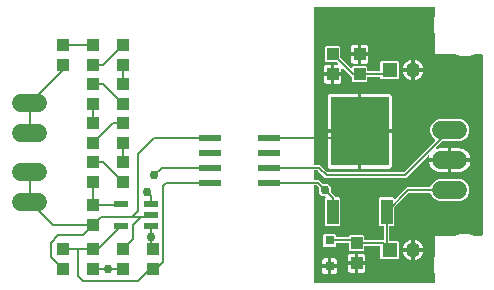
<source format=gbr>
G04 EAGLE Gerber RS-274X export*
G75*
%MOMM*%
%FSLAX34Y34*%
%LPD*%
%INTop Copper*%
%IPPOS*%
%AMOC8*
5,1,8,0,0,1.08239X$1,22.5*%
G01*
%ADD10R,1.258000X1.258000*%
%ADD11C,1.258000*%
%ADD12R,1.000000X1.100000*%
%ADD13R,0.800000X0.800000*%
%ADD14R,1.000000X2.100000*%
%ADD15R,4.900000X5.850000*%
%ADD16R,1.150000X0.600000*%
%ADD17R,1.981200X0.558800*%
%ADD18R,1.100000X1.000000*%
%ADD19C,1.508000*%
%ADD20C,0.152400*%
%ADD21C,0.756400*%

G36*
X393720Y48302D02*
X393720Y48302D01*
X393739Y48300D01*
X393841Y48322D01*
X393943Y48339D01*
X393960Y48348D01*
X393980Y48352D01*
X394069Y48405D01*
X394160Y48454D01*
X394174Y48468D01*
X394191Y48478D01*
X394258Y48557D01*
X394330Y48632D01*
X394338Y48650D01*
X394351Y48665D01*
X394390Y48761D01*
X394433Y48855D01*
X394435Y48875D01*
X394443Y48893D01*
X394461Y49060D01*
X394461Y54276D01*
X394459Y54291D01*
X394461Y54307D01*
X394435Y54473D01*
X392939Y60056D01*
X392939Y66944D01*
X394435Y72527D01*
X394437Y72543D01*
X394443Y72558D01*
X394461Y72724D01*
X394461Y88139D01*
X409876Y88139D01*
X409891Y88141D01*
X409907Y88139D01*
X410073Y88165D01*
X415656Y89661D01*
X422544Y89661D01*
X428127Y88165D01*
X428143Y88163D01*
X428158Y88157D01*
X428324Y88139D01*
X433540Y88139D01*
X433560Y88142D01*
X433579Y88140D01*
X433681Y88162D01*
X433783Y88179D01*
X433800Y88188D01*
X433820Y88192D01*
X433909Y88245D01*
X434000Y88294D01*
X434014Y88308D01*
X434031Y88318D01*
X434098Y88397D01*
X434169Y88472D01*
X434178Y88490D01*
X434191Y88505D01*
X434230Y88601D01*
X434273Y88695D01*
X434275Y88715D01*
X434283Y88733D01*
X434301Y88900D01*
X434301Y241300D01*
X434298Y241320D01*
X434300Y241339D01*
X434278Y241441D01*
X434261Y241543D01*
X434252Y241560D01*
X434248Y241580D01*
X434195Y241669D01*
X434146Y241760D01*
X434132Y241774D01*
X434122Y241791D01*
X434043Y241858D01*
X433968Y241930D01*
X433950Y241938D01*
X433935Y241951D01*
X433839Y241990D01*
X433745Y242033D01*
X433725Y242035D01*
X433707Y242043D01*
X433540Y242061D01*
X428324Y242061D01*
X428309Y242059D01*
X428293Y242061D01*
X428127Y242035D01*
X422544Y240539D01*
X415656Y240539D01*
X410073Y242035D01*
X410057Y242037D01*
X410042Y242043D01*
X409876Y242061D01*
X394461Y242061D01*
X394461Y257476D01*
X394459Y257491D01*
X394461Y257507D01*
X394435Y257673D01*
X392939Y263256D01*
X392939Y270144D01*
X394435Y275727D01*
X394437Y275743D01*
X394443Y275758D01*
X394461Y275924D01*
X394461Y281140D01*
X394458Y281160D01*
X394460Y281179D01*
X394438Y281281D01*
X394421Y281383D01*
X394412Y281400D01*
X394408Y281420D01*
X394355Y281509D01*
X394306Y281600D01*
X394292Y281614D01*
X394282Y281631D01*
X394203Y281698D01*
X394128Y281769D01*
X394110Y281778D01*
X394095Y281791D01*
X393999Y281830D01*
X393905Y281873D01*
X393885Y281875D01*
X393867Y281883D01*
X393700Y281901D01*
X292100Y281901D01*
X292080Y281898D01*
X292061Y281900D01*
X291959Y281878D01*
X291857Y281861D01*
X291840Y281852D01*
X291820Y281848D01*
X291731Y281795D01*
X291640Y281746D01*
X291626Y281732D01*
X291609Y281722D01*
X291542Y281643D01*
X291471Y281568D01*
X291462Y281550D01*
X291449Y281535D01*
X291410Y281439D01*
X291367Y281345D01*
X291365Y281325D01*
X291357Y281307D01*
X291339Y281140D01*
X291339Y149098D01*
X291342Y149078D01*
X291340Y149059D01*
X291362Y148957D01*
X291379Y148855D01*
X291388Y148838D01*
X291392Y148818D01*
X291445Y148729D01*
X291494Y148638D01*
X291508Y148624D01*
X291518Y148607D01*
X291597Y148540D01*
X291672Y148468D01*
X291690Y148460D01*
X291705Y148447D01*
X291801Y148408D01*
X291895Y148365D01*
X291915Y148363D01*
X291933Y148355D01*
X292100Y148337D01*
X296857Y148337D01*
X302984Y142210D01*
X303058Y142157D01*
X303128Y142097D01*
X303158Y142085D01*
X303184Y142066D01*
X303271Y142039D01*
X303356Y142005D01*
X303397Y142001D01*
X303419Y141994D01*
X303451Y141995D01*
X303523Y141987D01*
X367037Y141987D01*
X367128Y142001D01*
X367218Y142009D01*
X367248Y142021D01*
X367280Y142026D01*
X367361Y142069D01*
X367445Y142105D01*
X367477Y142131D01*
X367498Y142142D01*
X367520Y142165D01*
X367576Y142210D01*
X394161Y168795D01*
X394188Y168833D01*
X394222Y168864D01*
X394260Y168932D01*
X394305Y168995D01*
X394318Y169039D01*
X394341Y169079D01*
X394354Y169156D01*
X394377Y169230D01*
X394376Y169276D01*
X394384Y169321D01*
X394373Y169398D01*
X394371Y169476D01*
X394355Y169519D01*
X394349Y169565D01*
X394313Y169634D01*
X394287Y169707D01*
X394258Y169743D01*
X394237Y169784D01*
X394201Y169819D01*
X394195Y169828D01*
X394176Y169845D01*
X394133Y169899D01*
X394094Y169924D01*
X394061Y169956D01*
X394019Y169979D01*
X394008Y169988D01*
X393987Y169997D01*
X393942Y170022D01*
X393926Y170032D01*
X393921Y170033D01*
X393914Y170037D01*
X393725Y170115D01*
X391175Y172665D01*
X389795Y175997D01*
X389795Y179603D01*
X391175Y182935D01*
X393725Y185485D01*
X397057Y186865D01*
X415743Y186865D01*
X419075Y185485D01*
X421625Y182935D01*
X423005Y179603D01*
X423005Y175997D01*
X421625Y172665D01*
X419075Y170115D01*
X415743Y168735D01*
X400885Y168735D01*
X400794Y168721D01*
X400704Y168713D01*
X400674Y168701D01*
X400642Y168696D01*
X400561Y168653D01*
X400477Y168617D01*
X400445Y168591D01*
X400424Y168580D01*
X400402Y168557D01*
X400346Y168512D01*
X395138Y163304D01*
X395098Y163249D01*
X395051Y163200D01*
X395027Y163149D01*
X394994Y163104D01*
X394974Y163039D01*
X394945Y162978D01*
X394938Y162922D01*
X394922Y162869D01*
X394923Y162801D01*
X394915Y162734D01*
X394927Y162679D01*
X394928Y162623D01*
X394951Y162559D01*
X394965Y162493D01*
X394993Y162445D01*
X395012Y162392D01*
X395055Y162339D01*
X395089Y162280D01*
X395131Y162244D01*
X395166Y162200D01*
X395223Y162163D01*
X395274Y162119D01*
X395326Y162097D01*
X395373Y162067D01*
X395439Y162050D01*
X395501Y162024D01*
X395557Y162020D01*
X395612Y162007D01*
X395679Y162012D01*
X395747Y162007D01*
X395824Y162023D01*
X395857Y162026D01*
X395876Y162034D01*
X395911Y162041D01*
X396499Y162233D01*
X398067Y162481D01*
X404877Y162481D01*
X404877Y153923D01*
X388895Y153923D01*
X389027Y154761D01*
X389219Y155349D01*
X389229Y155416D01*
X389249Y155481D01*
X389247Y155537D01*
X389256Y155592D01*
X389244Y155659D01*
X389242Y155727D01*
X389223Y155779D01*
X389214Y155834D01*
X389181Y155894D01*
X389158Y155958D01*
X389123Y156001D01*
X389096Y156051D01*
X389047Y156097D01*
X389004Y156150D01*
X388957Y156180D01*
X388916Y156218D01*
X388854Y156246D01*
X388797Y156283D01*
X388743Y156296D01*
X388692Y156319D01*
X388625Y156326D01*
X388559Y156343D01*
X388503Y156338D01*
X388447Y156344D01*
X388381Y156329D01*
X388314Y156324D01*
X388262Y156302D01*
X388208Y156289D01*
X388150Y156254D01*
X388087Y156227D01*
X388026Y156178D01*
X387998Y156161D01*
X387984Y156145D01*
X387956Y156122D01*
X369247Y137413D01*
X301313Y137413D01*
X295186Y143540D01*
X295112Y143593D01*
X295042Y143653D01*
X295012Y143665D01*
X294986Y143684D01*
X294899Y143711D01*
X294814Y143745D01*
X294773Y143749D01*
X294751Y143756D01*
X294719Y143755D01*
X294647Y143763D01*
X292100Y143763D01*
X292080Y143760D01*
X292061Y143762D01*
X291959Y143740D01*
X291857Y143724D01*
X291840Y143714D01*
X291820Y143710D01*
X291731Y143657D01*
X291640Y143608D01*
X291626Y143594D01*
X291609Y143584D01*
X291542Y143505D01*
X291471Y143430D01*
X291462Y143412D01*
X291449Y143397D01*
X291410Y143301D01*
X291367Y143207D01*
X291365Y143187D01*
X291357Y143169D01*
X291339Y143002D01*
X291339Y136398D01*
X291342Y136378D01*
X291340Y136359D01*
X291362Y136257D01*
X291379Y136155D01*
X291388Y136138D01*
X291392Y136118D01*
X291445Y136029D01*
X291494Y135938D01*
X291508Y135924D01*
X291518Y135907D01*
X291597Y135840D01*
X291672Y135768D01*
X291690Y135760D01*
X291705Y135747D01*
X291801Y135708D01*
X291895Y135665D01*
X291915Y135663D01*
X291933Y135655D01*
X292100Y135637D01*
X295587Y135637D01*
X298694Y132530D01*
X298768Y132477D01*
X298838Y132417D01*
X298868Y132405D01*
X298894Y132386D01*
X298981Y132359D01*
X299066Y132325D01*
X299107Y132321D01*
X299129Y132314D01*
X299161Y132315D01*
X299233Y132307D01*
X303188Y132307D01*
X306297Y129198D01*
X306297Y125243D01*
X306311Y125152D01*
X306319Y125062D01*
X306331Y125032D01*
X306336Y125000D01*
X306379Y124919D01*
X306415Y124835D01*
X306441Y124803D01*
X306452Y124782D01*
X306475Y124760D01*
X306520Y124704D01*
X309716Y121508D01*
X309726Y121443D01*
X309736Y121426D01*
X309740Y121406D01*
X309793Y121317D01*
X309842Y121226D01*
X309856Y121212D01*
X309866Y121195D01*
X309945Y121128D01*
X310020Y121056D01*
X310038Y121048D01*
X310053Y121035D01*
X310149Y120996D01*
X310243Y120953D01*
X310263Y120951D01*
X310281Y120943D01*
X310448Y120925D01*
X313032Y120925D01*
X313925Y120032D01*
X313925Y97768D01*
X313032Y96875D01*
X301768Y96875D01*
X300875Y97768D01*
X300875Y120032D01*
X301237Y120394D01*
X301279Y120452D01*
X301329Y120504D01*
X301351Y120551D01*
X301381Y120593D01*
X301402Y120662D01*
X301432Y120727D01*
X301438Y120779D01*
X301453Y120829D01*
X301451Y120900D01*
X301459Y120971D01*
X301448Y121022D01*
X301447Y121074D01*
X301422Y121142D01*
X301407Y121212D01*
X301380Y121257D01*
X301363Y121305D01*
X301318Y121361D01*
X301281Y121423D01*
X301241Y121457D01*
X301209Y121497D01*
X301149Y121536D01*
X301094Y121583D01*
X301046Y121602D01*
X301002Y121630D01*
X300933Y121648D01*
X300866Y121675D01*
X300795Y121683D01*
X300763Y121691D01*
X300740Y121689D01*
X300699Y121693D01*
X298792Y121693D01*
X295683Y124802D01*
X295683Y128757D01*
X295669Y128848D01*
X295661Y128938D01*
X295649Y128968D01*
X295644Y129000D01*
X295601Y129081D01*
X295565Y129165D01*
X295539Y129197D01*
X295528Y129218D01*
X295505Y129240D01*
X295460Y129296D01*
X293916Y130840D01*
X293842Y130893D01*
X293772Y130953D01*
X293742Y130965D01*
X293716Y130984D01*
X293629Y131011D01*
X293544Y131045D01*
X293503Y131049D01*
X293481Y131056D01*
X293449Y131055D01*
X293377Y131063D01*
X292100Y131063D01*
X292080Y131060D01*
X292061Y131062D01*
X291959Y131040D01*
X291857Y131024D01*
X291840Y131014D01*
X291820Y131010D01*
X291731Y130957D01*
X291640Y130908D01*
X291626Y130894D01*
X291609Y130884D01*
X291542Y130805D01*
X291471Y130730D01*
X291462Y130712D01*
X291449Y130697D01*
X291410Y130601D01*
X291367Y130507D01*
X291365Y130487D01*
X291357Y130469D01*
X291339Y130302D01*
X291339Y49060D01*
X291342Y49040D01*
X291340Y49021D01*
X291362Y48919D01*
X291379Y48817D01*
X291388Y48800D01*
X291392Y48780D01*
X291445Y48691D01*
X291494Y48600D01*
X291508Y48586D01*
X291518Y48569D01*
X291597Y48502D01*
X291672Y48431D01*
X291690Y48422D01*
X291705Y48409D01*
X291801Y48370D01*
X291895Y48327D01*
X291915Y48325D01*
X291933Y48317D01*
X292100Y48299D01*
X393700Y48299D01*
X393720Y48302D01*
G37*
%LPC*%
G36*
X348678Y68385D02*
X348678Y68385D01*
X347785Y69278D01*
X347785Y79112D01*
X347782Y79132D01*
X347784Y79151D01*
X347762Y79253D01*
X347746Y79355D01*
X347736Y79372D01*
X347732Y79392D01*
X347679Y79481D01*
X347630Y79572D01*
X347616Y79586D01*
X347606Y79603D01*
X347527Y79670D01*
X347452Y79742D01*
X347434Y79750D01*
X347419Y79763D01*
X347323Y79802D01*
X347229Y79845D01*
X347209Y79847D01*
X347191Y79855D01*
X347024Y79873D01*
X334946Y79873D01*
X334926Y79870D01*
X334907Y79872D01*
X334805Y79850D01*
X334703Y79834D01*
X334686Y79824D01*
X334666Y79820D01*
X334577Y79767D01*
X334486Y79718D01*
X334472Y79704D01*
X334455Y79694D01*
X334388Y79615D01*
X334316Y79540D01*
X334308Y79522D01*
X334295Y79507D01*
X334256Y79411D01*
X334213Y79317D01*
X334211Y79297D01*
X334203Y79279D01*
X334185Y79112D01*
X334185Y76028D01*
X333292Y75135D01*
X322028Y75135D01*
X321135Y76028D01*
X321135Y81612D01*
X321132Y81632D01*
X321134Y81651D01*
X321112Y81753D01*
X321096Y81855D01*
X321086Y81872D01*
X321082Y81892D01*
X321029Y81981D01*
X320980Y82072D01*
X320966Y82086D01*
X320956Y82103D01*
X320877Y82170D01*
X320802Y82242D01*
X320784Y82250D01*
X320769Y82263D01*
X320673Y82302D01*
X320579Y82345D01*
X320559Y82347D01*
X320541Y82355D01*
X320374Y82373D01*
X311086Y82373D01*
X311066Y82370D01*
X311047Y82372D01*
X310945Y82350D01*
X310843Y82334D01*
X310826Y82324D01*
X310806Y82320D01*
X310717Y82267D01*
X310626Y82218D01*
X310612Y82204D01*
X310595Y82194D01*
X310528Y82115D01*
X310456Y82040D01*
X310448Y82022D01*
X310435Y82007D01*
X310396Y81911D01*
X310353Y81817D01*
X310351Y81797D01*
X310343Y81779D01*
X310325Y81612D01*
X310325Y80028D01*
X309432Y79135D01*
X300168Y79135D01*
X299275Y80028D01*
X299275Y89292D01*
X300168Y90185D01*
X309432Y90185D01*
X310325Y89292D01*
X310325Y87708D01*
X310328Y87688D01*
X310326Y87669D01*
X310348Y87567D01*
X310364Y87465D01*
X310374Y87448D01*
X310378Y87428D01*
X310431Y87339D01*
X310480Y87248D01*
X310494Y87234D01*
X310504Y87217D01*
X310583Y87150D01*
X310658Y87078D01*
X310676Y87070D01*
X310691Y87057D01*
X310787Y87018D01*
X310881Y86975D01*
X310901Y86973D01*
X310919Y86965D01*
X311086Y86947D01*
X320374Y86947D01*
X320394Y86950D01*
X320413Y86948D01*
X320515Y86970D01*
X320617Y86986D01*
X320634Y86996D01*
X320654Y87000D01*
X320743Y87053D01*
X320834Y87102D01*
X320848Y87116D01*
X320865Y87126D01*
X320932Y87205D01*
X321004Y87280D01*
X321012Y87298D01*
X321025Y87313D01*
X321064Y87409D01*
X321107Y87503D01*
X321109Y87523D01*
X321117Y87541D01*
X321135Y87708D01*
X321135Y88292D01*
X322028Y89185D01*
X333292Y89185D01*
X334185Y88292D01*
X334185Y85208D01*
X334188Y85188D01*
X334186Y85169D01*
X334208Y85067D01*
X334224Y84965D01*
X334234Y84948D01*
X334238Y84928D01*
X334291Y84839D01*
X334340Y84748D01*
X334354Y84734D01*
X334364Y84717D01*
X334443Y84650D01*
X334518Y84578D01*
X334536Y84570D01*
X334551Y84557D01*
X334647Y84518D01*
X334741Y84475D01*
X334761Y84473D01*
X334779Y84465D01*
X334946Y84447D01*
X349952Y84447D01*
X349972Y84450D01*
X349991Y84448D01*
X350093Y84470D01*
X350195Y84486D01*
X350212Y84496D01*
X350232Y84500D01*
X350321Y84553D01*
X350412Y84602D01*
X350426Y84616D01*
X350443Y84626D01*
X350510Y84705D01*
X350582Y84780D01*
X350590Y84798D01*
X350603Y84813D01*
X350642Y84909D01*
X350685Y85003D01*
X350687Y85023D01*
X350695Y85041D01*
X350713Y85208D01*
X350713Y96114D01*
X350710Y96134D01*
X350712Y96153D01*
X350690Y96255D01*
X350674Y96357D01*
X350664Y96374D01*
X350660Y96394D01*
X350607Y96483D01*
X350558Y96574D01*
X350544Y96588D01*
X350534Y96605D01*
X350455Y96672D01*
X350380Y96744D01*
X350362Y96752D01*
X350347Y96765D01*
X350251Y96804D01*
X350157Y96847D01*
X350137Y96849D01*
X350119Y96857D01*
X349952Y96875D01*
X347368Y96875D01*
X346475Y97768D01*
X346475Y120032D01*
X347368Y120925D01*
X358632Y120925D01*
X359673Y119883D01*
X359689Y119872D01*
X359702Y119856D01*
X359789Y119800D01*
X359873Y119740D01*
X359892Y119734D01*
X359908Y119723D01*
X360009Y119698D01*
X360108Y119667D01*
X360128Y119668D01*
X360147Y119663D01*
X360250Y119671D01*
X360354Y119674D01*
X360372Y119681D01*
X360392Y119682D01*
X360487Y119723D01*
X360585Y119758D01*
X360600Y119771D01*
X360618Y119779D01*
X360749Y119883D01*
X370153Y129287D01*
X389487Y129287D01*
X389602Y129306D01*
X389718Y129323D01*
X389724Y129325D01*
X389730Y129326D01*
X389832Y129381D01*
X389937Y129434D01*
X389942Y129439D01*
X389947Y129442D01*
X390027Y129526D01*
X390109Y129610D01*
X390113Y129616D01*
X390116Y129620D01*
X390124Y129637D01*
X390190Y129757D01*
X391175Y132135D01*
X393725Y134685D01*
X397057Y136065D01*
X415743Y136065D01*
X419075Y134685D01*
X421625Y132135D01*
X423005Y128803D01*
X423005Y125197D01*
X421625Y121865D01*
X419075Y119315D01*
X415743Y117935D01*
X397057Y117935D01*
X393725Y119315D01*
X391175Y121865D01*
X390190Y124243D01*
X390128Y124343D01*
X390069Y124443D01*
X390064Y124447D01*
X390061Y124452D01*
X389970Y124527D01*
X389882Y124603D01*
X389876Y124605D01*
X389871Y124609D01*
X389763Y124651D01*
X389654Y124695D01*
X389646Y124696D01*
X389642Y124697D01*
X389623Y124698D01*
X389487Y124713D01*
X372363Y124713D01*
X372272Y124699D01*
X372182Y124691D01*
X372152Y124679D01*
X372120Y124674D01*
X372039Y124631D01*
X371955Y124595D01*
X371923Y124569D01*
X371902Y124558D01*
X371880Y124535D01*
X371824Y124490D01*
X359748Y112414D01*
X359695Y112340D01*
X359635Y112270D01*
X359623Y112240D01*
X359604Y112214D01*
X359577Y112127D01*
X359543Y112042D01*
X359539Y112001D01*
X359532Y111979D01*
X359533Y111947D01*
X359525Y111875D01*
X359525Y97768D01*
X358632Y96875D01*
X356048Y96875D01*
X356028Y96872D01*
X356009Y96874D01*
X355907Y96852D01*
X355805Y96836D01*
X355788Y96826D01*
X355768Y96822D01*
X355679Y96769D01*
X355588Y96720D01*
X355574Y96706D01*
X355557Y96696D01*
X355490Y96617D01*
X355418Y96542D01*
X355410Y96524D01*
X355397Y96509D01*
X355358Y96412D01*
X355315Y96319D01*
X355313Y96299D01*
X355305Y96281D01*
X355287Y96114D01*
X355287Y84776D01*
X355290Y84756D01*
X355288Y84737D01*
X355310Y84635D01*
X355326Y84533D01*
X355336Y84516D01*
X355340Y84496D01*
X355393Y84407D01*
X355442Y84316D01*
X355456Y84302D01*
X355466Y84285D01*
X355545Y84218D01*
X355620Y84146D01*
X355638Y84138D01*
X355653Y84125D01*
X355749Y84086D01*
X355843Y84043D01*
X355863Y84041D01*
X355881Y84033D01*
X356048Y84015D01*
X362522Y84015D01*
X363415Y83122D01*
X363415Y69278D01*
X362522Y68385D01*
X348678Y68385D01*
G37*
%LPD*%
%LPC*%
G36*
X331723Y178423D02*
X331723Y178423D01*
X331723Y208691D01*
X355034Y208691D01*
X355681Y208518D01*
X356260Y208183D01*
X356733Y207710D01*
X357068Y207131D01*
X357241Y206484D01*
X357241Y178423D01*
X331723Y178423D01*
G37*
%LPD*%
%LPC*%
G36*
X303159Y178423D02*
X303159Y178423D01*
X303159Y206484D01*
X303332Y207131D01*
X303667Y207710D01*
X304140Y208183D01*
X304719Y208518D01*
X305366Y208691D01*
X328677Y208691D01*
X328677Y178423D01*
X303159Y178423D01*
G37*
%LPD*%
%LPC*%
G36*
X331723Y145109D02*
X331723Y145109D01*
X331723Y175377D01*
X357241Y175377D01*
X357241Y147316D01*
X357068Y146669D01*
X356733Y146090D01*
X356260Y145617D01*
X355681Y145282D01*
X355034Y145109D01*
X331723Y145109D01*
G37*
%LPD*%
%LPC*%
G36*
X305366Y145109D02*
X305366Y145109D01*
X304719Y145282D01*
X304140Y145617D01*
X303667Y146090D01*
X303332Y146669D01*
X303159Y147316D01*
X303159Y175377D01*
X328677Y175377D01*
X328677Y145109D01*
X305366Y145109D01*
G37*
%LPD*%
%LPC*%
G36*
X324568Y218155D02*
X324568Y218155D01*
X323675Y219048D01*
X323675Y222296D01*
X323661Y222386D01*
X323653Y222477D01*
X323641Y222506D01*
X323636Y222538D01*
X323593Y222619D01*
X323557Y222703D01*
X323531Y222735D01*
X323520Y222756D01*
X323497Y222778D01*
X323452Y222834D01*
X321830Y224456D01*
X316180Y230106D01*
X316122Y230148D01*
X316070Y230197D01*
X316023Y230219D01*
X315981Y230249D01*
X315912Y230270D01*
X315847Y230301D01*
X315795Y230306D01*
X315745Y230322D01*
X315674Y230320D01*
X315603Y230328D01*
X315552Y230317D01*
X315500Y230315D01*
X315432Y230291D01*
X315362Y230276D01*
X315317Y230249D01*
X315269Y230231D01*
X315213Y230186D01*
X315151Y230149D01*
X315117Y230110D01*
X315077Y230077D01*
X315038Y230017D01*
X314991Y229962D01*
X314972Y229914D01*
X314944Y229870D01*
X314926Y229801D01*
X314899Y229734D01*
X314891Y229663D01*
X314883Y229632D01*
X314885Y229608D01*
X314881Y229568D01*
X314881Y226703D01*
X308863Y226703D01*
X308863Y233221D01*
X311228Y233221D01*
X311298Y233232D01*
X311370Y233234D01*
X311419Y233252D01*
X311470Y233260D01*
X311534Y233294D01*
X311601Y233319D01*
X311642Y233351D01*
X311688Y233376D01*
X311737Y233427D01*
X311793Y233472D01*
X311821Y233516D01*
X311857Y233554D01*
X311887Y233619D01*
X311926Y233679D01*
X311939Y233730D01*
X311961Y233777D01*
X311969Y233848D01*
X311986Y233918D01*
X311982Y233970D01*
X311988Y234021D01*
X311973Y234092D01*
X311967Y234163D01*
X311947Y234211D01*
X311936Y234262D01*
X311899Y234323D01*
X311871Y234389D01*
X311826Y234445D01*
X311809Y234473D01*
X311791Y234488D01*
X311766Y234520D01*
X311354Y234932D01*
X311280Y234985D01*
X311210Y235045D01*
X311180Y235057D01*
X311154Y235076D01*
X311067Y235103D01*
X310982Y235137D01*
X310941Y235141D01*
X310919Y235148D01*
X310887Y235147D01*
X310816Y235155D01*
X301708Y235155D01*
X300815Y236048D01*
X300815Y248312D01*
X301708Y249205D01*
X312972Y249205D01*
X313865Y248312D01*
X313865Y239204D01*
X313879Y239114D01*
X313887Y239023D01*
X313899Y238994D01*
X313904Y238962D01*
X313947Y238881D01*
X313983Y238797D01*
X314009Y238765D01*
X314020Y238744D01*
X314043Y238722D01*
X314088Y238666D01*
X322376Y230378D01*
X322434Y230336D01*
X322486Y230287D01*
X322533Y230265D01*
X322575Y230235D01*
X322644Y230214D01*
X322709Y230183D01*
X322761Y230178D01*
X322811Y230162D01*
X322882Y230164D01*
X322953Y230156D01*
X323004Y230167D01*
X323056Y230169D01*
X323124Y230193D01*
X323194Y230208D01*
X323238Y230235D01*
X323287Y230253D01*
X323343Y230298D01*
X323405Y230335D01*
X323439Y230374D01*
X323479Y230407D01*
X323518Y230467D01*
X323565Y230522D01*
X323584Y230570D01*
X323612Y230614D01*
X323630Y230683D01*
X323657Y230750D01*
X323665Y230821D01*
X323673Y230852D01*
X323671Y230876D01*
X323675Y230916D01*
X323675Y231312D01*
X324568Y232205D01*
X335832Y232205D01*
X336725Y231312D01*
X336725Y228228D01*
X336728Y228208D01*
X336726Y228189D01*
X336748Y228087D01*
X336764Y227985D01*
X336774Y227968D01*
X336778Y227948D01*
X336831Y227859D01*
X336880Y227768D01*
X336894Y227754D01*
X336904Y227737D01*
X336983Y227670D01*
X337058Y227598D01*
X337076Y227590D01*
X337091Y227577D01*
X337187Y227538D01*
X337281Y227495D01*
X337301Y227493D01*
X337319Y227485D01*
X337486Y227467D01*
X347024Y227467D01*
X347044Y227470D01*
X347063Y227468D01*
X347165Y227490D01*
X347267Y227506D01*
X347284Y227516D01*
X347304Y227520D01*
X347393Y227573D01*
X347484Y227622D01*
X347498Y227636D01*
X347515Y227646D01*
X347582Y227725D01*
X347654Y227800D01*
X347662Y227818D01*
X347675Y227833D01*
X347714Y227929D01*
X347757Y228023D01*
X347759Y228043D01*
X347767Y228061D01*
X347785Y228228D01*
X347785Y235522D01*
X348678Y236415D01*
X362522Y236415D01*
X363415Y235522D01*
X363415Y221678D01*
X362522Y220785D01*
X348678Y220785D01*
X347785Y221678D01*
X347785Y222132D01*
X347782Y222152D01*
X347784Y222171D01*
X347762Y222273D01*
X347746Y222375D01*
X347736Y222392D01*
X347732Y222412D01*
X347679Y222501D01*
X347630Y222592D01*
X347616Y222606D01*
X347606Y222623D01*
X347527Y222690D01*
X347452Y222762D01*
X347434Y222770D01*
X347419Y222783D01*
X347323Y222822D01*
X347229Y222865D01*
X347209Y222867D01*
X347191Y222875D01*
X347024Y222893D01*
X337486Y222893D01*
X337466Y222890D01*
X337447Y222892D01*
X337345Y222870D01*
X337243Y222854D01*
X337226Y222844D01*
X337206Y222840D01*
X337117Y222787D01*
X337026Y222738D01*
X337012Y222724D01*
X336995Y222714D01*
X336928Y222635D01*
X336856Y222560D01*
X336848Y222542D01*
X336835Y222527D01*
X336796Y222431D01*
X336753Y222337D01*
X336751Y222317D01*
X336743Y222299D01*
X336725Y222132D01*
X336725Y219048D01*
X335832Y218155D01*
X324568Y218155D01*
G37*
%LPD*%
%LPC*%
G36*
X407923Y153923D02*
X407923Y153923D01*
X407923Y162481D01*
X414733Y162481D01*
X416301Y162233D01*
X417810Y161742D01*
X419223Y161022D01*
X420507Y160089D01*
X421629Y158967D01*
X422562Y157683D01*
X423282Y156270D01*
X423773Y154761D01*
X423905Y153923D01*
X407923Y153923D01*
G37*
%LPD*%
%LPC*%
G36*
X407923Y142319D02*
X407923Y142319D01*
X407923Y150877D01*
X423905Y150877D01*
X423773Y150039D01*
X423282Y148530D01*
X422562Y147117D01*
X421629Y145833D01*
X420507Y144711D01*
X419223Y143778D01*
X417810Y143058D01*
X416301Y142567D01*
X414733Y142319D01*
X407923Y142319D01*
G37*
%LPD*%
%LPC*%
G36*
X398067Y142319D02*
X398067Y142319D01*
X396499Y142567D01*
X394990Y143058D01*
X393577Y143778D01*
X392293Y144711D01*
X391171Y145833D01*
X390238Y147117D01*
X389518Y148530D01*
X389027Y150039D01*
X388895Y150877D01*
X404877Y150877D01*
X404877Y142319D01*
X398067Y142319D01*
G37*
%LPD*%
%LPC*%
G36*
X331723Y243703D02*
X331723Y243703D01*
X331723Y250221D01*
X335535Y250221D01*
X336181Y250048D01*
X336760Y249713D01*
X337233Y249240D01*
X337568Y248661D01*
X337741Y248014D01*
X337741Y243703D01*
X331723Y243703D01*
G37*
%LPD*%
%LPC*%
G36*
X329183Y66683D02*
X329183Y66683D01*
X329183Y73201D01*
X332995Y73201D01*
X333641Y73028D01*
X334220Y72693D01*
X334693Y72220D01*
X335028Y71641D01*
X335201Y70994D01*
X335201Y66683D01*
X329183Y66683D01*
G37*
%LPD*%
%LPC*%
G36*
X331723Y234139D02*
X331723Y234139D01*
X331723Y240657D01*
X337741Y240657D01*
X337741Y236346D01*
X337568Y235699D01*
X337233Y235120D01*
X336760Y234647D01*
X336181Y234312D01*
X335534Y234139D01*
X331723Y234139D01*
G37*
%LPD*%
%LPC*%
G36*
X329183Y57119D02*
X329183Y57119D01*
X329183Y63637D01*
X335201Y63637D01*
X335201Y59326D01*
X335028Y58679D01*
X334693Y58100D01*
X334220Y57627D01*
X333641Y57292D01*
X332994Y57119D01*
X329183Y57119D01*
G37*
%LPD*%
%LPC*%
G36*
X308863Y217139D02*
X308863Y217139D01*
X308863Y223657D01*
X314881Y223657D01*
X314881Y219346D01*
X314708Y218699D01*
X314373Y218120D01*
X313900Y217647D01*
X313321Y217312D01*
X312674Y217139D01*
X308863Y217139D01*
G37*
%LPD*%
%LPC*%
G36*
X299799Y226703D02*
X299799Y226703D01*
X299799Y231014D01*
X299972Y231661D01*
X300307Y232240D01*
X300780Y232713D01*
X301359Y233048D01*
X302006Y233221D01*
X305817Y233221D01*
X305817Y226703D01*
X299799Y226703D01*
G37*
%LPD*%
%LPC*%
G36*
X320119Y66683D02*
X320119Y66683D01*
X320119Y70994D01*
X320292Y71641D01*
X320627Y72220D01*
X321100Y72693D01*
X321679Y73028D01*
X322326Y73201D01*
X326137Y73201D01*
X326137Y66683D01*
X320119Y66683D01*
G37*
%LPD*%
%LPC*%
G36*
X322659Y243703D02*
X322659Y243703D01*
X322659Y248014D01*
X322832Y248661D01*
X323167Y249240D01*
X323640Y249713D01*
X324219Y250048D01*
X324866Y250221D01*
X328677Y250221D01*
X328677Y243703D01*
X322659Y243703D01*
G37*
%LPD*%
%LPC*%
G36*
X322326Y57119D02*
X322326Y57119D01*
X321679Y57292D01*
X321100Y57627D01*
X320627Y58100D01*
X320292Y58679D01*
X320119Y59326D01*
X320119Y63637D01*
X326137Y63637D01*
X326137Y57119D01*
X322326Y57119D01*
G37*
%LPD*%
%LPC*%
G36*
X302006Y217139D02*
X302006Y217139D01*
X301359Y217312D01*
X300780Y217647D01*
X300307Y218120D01*
X299972Y218699D01*
X299799Y219346D01*
X299799Y223657D01*
X305817Y223657D01*
X305817Y217139D01*
X302006Y217139D01*
G37*
%LPD*%
%LPC*%
G36*
X324866Y234139D02*
X324866Y234139D01*
X324219Y234312D01*
X323640Y234647D01*
X323167Y235120D01*
X322832Y235699D01*
X322659Y236346D01*
X322659Y240657D01*
X328677Y240657D01*
X328677Y234139D01*
X324866Y234139D01*
G37*
%LPD*%
%LPC*%
G36*
X377123Y77723D02*
X377123Y77723D01*
X377123Y84901D01*
X378176Y84691D01*
X379783Y84026D01*
X381229Y83059D01*
X382459Y81829D01*
X383426Y80383D01*
X384091Y78776D01*
X384301Y77723D01*
X377123Y77723D01*
G37*
%LPD*%
%LPC*%
G36*
X377123Y230123D02*
X377123Y230123D01*
X377123Y237301D01*
X378176Y237091D01*
X379783Y236426D01*
X381229Y235459D01*
X382459Y234229D01*
X383426Y232783D01*
X384091Y231176D01*
X384301Y230123D01*
X377123Y230123D01*
G37*
%LPD*%
%LPC*%
G36*
X366899Y77723D02*
X366899Y77723D01*
X367109Y78776D01*
X367774Y80383D01*
X368741Y81829D01*
X369971Y83059D01*
X371417Y84026D01*
X373024Y84691D01*
X374077Y84901D01*
X374077Y77723D01*
X366899Y77723D01*
G37*
%LPD*%
%LPC*%
G36*
X366899Y230123D02*
X366899Y230123D01*
X367109Y231176D01*
X367774Y232783D01*
X368741Y234229D01*
X369971Y235459D01*
X371417Y236426D01*
X373024Y237091D01*
X374077Y237301D01*
X374077Y230123D01*
X366899Y230123D01*
G37*
%LPD*%
%LPC*%
G36*
X377123Y227077D02*
X377123Y227077D01*
X384301Y227077D01*
X384091Y226024D01*
X383426Y224417D01*
X382459Y222971D01*
X381229Y221741D01*
X379783Y220774D01*
X378176Y220109D01*
X377123Y219899D01*
X377123Y227077D01*
G37*
%LPD*%
%LPC*%
G36*
X377123Y74677D02*
X377123Y74677D01*
X384301Y74677D01*
X384091Y73624D01*
X383426Y72017D01*
X382459Y70571D01*
X381229Y69341D01*
X379783Y68374D01*
X378176Y67709D01*
X377123Y67499D01*
X377123Y74677D01*
G37*
%LPD*%
%LPC*%
G36*
X373024Y220109D02*
X373024Y220109D01*
X371417Y220774D01*
X369971Y221741D01*
X368741Y222971D01*
X367774Y224417D01*
X367109Y226024D01*
X366899Y227077D01*
X374077Y227077D01*
X374077Y219899D01*
X373024Y220109D01*
G37*
%LPD*%
%LPC*%
G36*
X373024Y67709D02*
X373024Y67709D01*
X371417Y68374D01*
X369971Y69341D01*
X368741Y70571D01*
X367774Y72017D01*
X367109Y73624D01*
X366899Y74677D01*
X374077Y74677D01*
X374077Y67499D01*
X373024Y67709D01*
G37*
%LPD*%
%LPC*%
G36*
X306323Y64183D02*
X306323Y64183D01*
X306323Y69201D01*
X309134Y69201D01*
X309781Y69028D01*
X310360Y68693D01*
X310833Y68220D01*
X311168Y67641D01*
X311341Y66994D01*
X311341Y64183D01*
X306323Y64183D01*
G37*
%LPD*%
%LPC*%
G36*
X306323Y61137D02*
X306323Y61137D01*
X311341Y61137D01*
X311341Y58326D01*
X311168Y57679D01*
X310833Y57100D01*
X310360Y56627D01*
X309781Y56292D01*
X309134Y56119D01*
X306323Y56119D01*
X306323Y61137D01*
G37*
%LPD*%
%LPC*%
G36*
X298259Y64183D02*
X298259Y64183D01*
X298259Y66994D01*
X298432Y67641D01*
X298767Y68220D01*
X299240Y68693D01*
X299819Y69028D01*
X300466Y69201D01*
X303277Y69201D01*
X303277Y64183D01*
X298259Y64183D01*
G37*
%LPD*%
%LPC*%
G36*
X300466Y56119D02*
X300466Y56119D01*
X299819Y56292D01*
X299240Y56627D01*
X298767Y57100D01*
X298432Y57679D01*
X298259Y58326D01*
X298259Y61137D01*
X303277Y61137D01*
X303277Y56119D01*
X300466Y56119D01*
G37*
%LPD*%
%LPC*%
G36*
X375599Y228599D02*
X375599Y228599D01*
X375599Y228601D01*
X375601Y228601D01*
X375601Y228599D01*
X375599Y228599D01*
G37*
%LPD*%
%LPC*%
G36*
X406399Y152399D02*
X406399Y152399D01*
X406399Y152401D01*
X406401Y152401D01*
X406401Y152399D01*
X406399Y152399D01*
G37*
%LPD*%
%LPC*%
G36*
X375599Y76199D02*
X375599Y76199D01*
X375599Y76201D01*
X375601Y76201D01*
X375601Y76199D01*
X375599Y76199D01*
G37*
%LPD*%
%LPC*%
G36*
X330199Y242179D02*
X330199Y242179D01*
X330199Y242181D01*
X330201Y242181D01*
X330201Y242179D01*
X330199Y242179D01*
G37*
%LPD*%
%LPC*%
G36*
X330199Y176899D02*
X330199Y176899D01*
X330199Y176901D01*
X330201Y176901D01*
X330201Y176899D01*
X330199Y176899D01*
G37*
%LPD*%
%LPC*%
G36*
X304799Y62659D02*
X304799Y62659D01*
X304799Y62661D01*
X304801Y62661D01*
X304801Y62659D01*
X304799Y62659D01*
G37*
%LPD*%
%LPC*%
G36*
X327659Y65159D02*
X327659Y65159D01*
X327659Y65161D01*
X327661Y65161D01*
X327661Y65159D01*
X327659Y65159D01*
G37*
%LPD*%
%LPC*%
G36*
X307339Y225179D02*
X307339Y225179D01*
X307339Y225181D01*
X307341Y225181D01*
X307341Y225179D01*
X307339Y225179D01*
G37*
%LPD*%
D10*
X355600Y76200D03*
D11*
X375600Y76200D03*
D12*
X327660Y65160D03*
X327660Y82160D03*
X330200Y242180D03*
X330200Y225180D03*
D10*
X355600Y228600D03*
D11*
X375600Y228600D03*
D12*
X78740Y60080D03*
X78740Y77080D03*
X307340Y242180D03*
X307340Y225180D03*
D13*
X304800Y62660D03*
X304800Y84660D03*
D14*
X307400Y108900D03*
X353000Y108900D03*
D15*
X330200Y176900D03*
D16*
X153970Y96280D03*
X153970Y105780D03*
X153970Y115280D03*
X127970Y115280D03*
X127970Y96280D03*
D17*
X253238Y133350D03*
X253238Y146050D03*
X253238Y158750D03*
X253238Y171450D03*
X203962Y171450D03*
X203962Y158750D03*
X203962Y146050D03*
X203962Y133350D03*
D18*
X78740Y232800D03*
X78740Y249800D03*
X104140Y97280D03*
X104140Y114280D03*
X129540Y77080D03*
X129540Y60080D03*
X104140Y60080D03*
X104140Y77080D03*
X154940Y60080D03*
X154940Y77080D03*
X104140Y249800D03*
X104140Y232800D03*
X129540Y249800D03*
X129540Y232800D03*
X129540Y199780D03*
X129540Y216780D03*
X104140Y199780D03*
X104140Y216780D03*
X104140Y166760D03*
X104140Y183760D03*
X129540Y183760D03*
X129540Y166760D03*
X129540Y150740D03*
X129540Y133740D03*
X104140Y150740D03*
X104140Y133740D03*
D19*
X58340Y175260D02*
X43260Y175260D01*
X43260Y200660D02*
X58340Y200660D01*
X58340Y116840D02*
X43260Y116840D01*
X43260Y142240D02*
X58340Y142240D01*
X398860Y177800D02*
X413940Y177800D01*
X413940Y152400D02*
X398860Y152400D01*
X398860Y127000D02*
X413940Y127000D01*
D20*
X50800Y175260D02*
X50800Y200660D01*
X78740Y228600D01*
X78740Y232800D01*
X50800Y142240D02*
X50800Y116840D01*
X70360Y97280D01*
X104140Y97280D01*
X95760Y88900D01*
X74930Y88900D01*
X68580Y82550D01*
X68580Y70240D01*
X78740Y60080D01*
X152330Y104140D02*
X153970Y105780D01*
X152330Y104140D02*
X144780Y104140D01*
X138430Y97790D01*
X138430Y85970D02*
X129540Y77080D01*
X138430Y85970D02*
X138430Y97790D01*
X111000Y104140D02*
X104140Y97280D01*
X111000Y104140D02*
X137160Y104140D01*
X144780Y104140D01*
X156210Y171450D02*
X203962Y171450D01*
X156210Y171450D02*
X142240Y157480D01*
X142240Y109220D02*
X137160Y104140D01*
X142240Y109220D02*
X142240Y157480D01*
X253238Y146050D02*
X295910Y146050D01*
X302260Y139700D01*
X368300Y139700D01*
X406400Y177800D01*
X406400Y127000D02*
X371100Y127000D01*
X353000Y108900D01*
X353000Y78800D01*
X355600Y76200D01*
X349640Y82160D01*
X327660Y82160D01*
X325160Y84660D02*
X304800Y84660D01*
X325160Y84660D02*
X327660Y82160D01*
X294640Y133350D02*
X253238Y133350D01*
X294640Y133350D02*
X300990Y127000D01*
X307400Y120590D01*
X307400Y108900D01*
X352180Y225180D02*
X355600Y228600D01*
X352180Y225180D02*
X330200Y225180D01*
X324340Y225180D02*
X307340Y242180D01*
X324340Y225180D02*
X330200Y225180D01*
D21*
X300990Y127000D03*
D20*
X324750Y171450D02*
X253238Y171450D01*
X324750Y171450D02*
X330200Y176900D01*
X104140Y249800D02*
X78740Y249800D01*
X104140Y232800D02*
X112540Y232800D01*
X129540Y249800D01*
X129540Y232800D02*
X129540Y216780D01*
X129540Y199780D02*
X112540Y216780D01*
X104140Y216780D01*
X104140Y199780D02*
X104140Y183760D01*
X104140Y166760D02*
X121140Y183760D01*
X129540Y183760D01*
X129540Y166760D02*
X129540Y150740D01*
X129540Y133740D02*
X112540Y150740D01*
X104140Y150740D01*
X104140Y133740D02*
X104140Y114280D01*
X126970Y114280D01*
X127970Y115280D01*
X91440Y77080D02*
X78740Y77080D01*
X91440Y77080D02*
X104140Y77080D01*
X108770Y77080D02*
X127970Y96280D01*
X108770Y77080D02*
X104140Y77080D01*
X152790Y60080D02*
X154940Y60080D01*
X152790Y60080D02*
X142494Y49784D01*
X96266Y49784D02*
X91440Y54610D01*
X91440Y77080D01*
X96266Y49784D02*
X142494Y49784D01*
X166370Y133350D02*
X203962Y133350D01*
X166370Y133350D02*
X163830Y130810D01*
X163830Y66040D01*
X157870Y60080D01*
X154940Y60080D01*
X116840Y60080D02*
X104140Y60080D01*
X116840Y60080D02*
X129540Y60080D01*
D21*
X116840Y60080D03*
D20*
X153970Y115280D02*
X153970Y121620D01*
X149860Y125730D01*
D21*
X149860Y125730D03*
D20*
X153970Y96280D02*
X153970Y87630D01*
X153970Y78050D01*
X154940Y77080D01*
X162560Y146050D02*
X203962Y146050D01*
X162560Y146050D02*
X156210Y139700D01*
D21*
X156210Y139700D03*
X153970Y87630D03*
M02*

</source>
